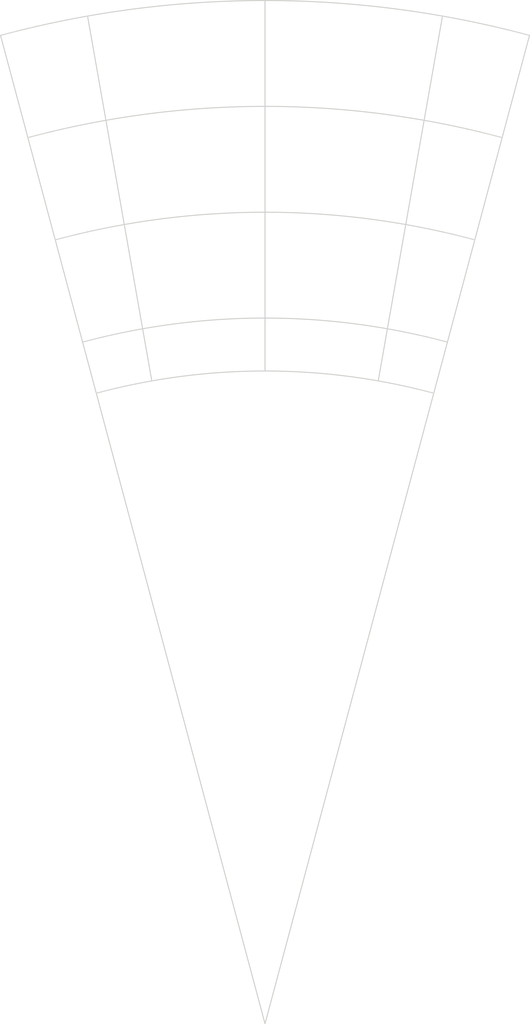
<source format=kicad_pcb>
(kicad_pcb (version 3) (host pcbnew "(2013-03-10 BZR 3992)-stable")
  (gr_line (start 0.000 -93.980) (end 0.000 -147.320) (angle 90) (layer Edge.Cuts) (width 0.15))
  (gr_line (start 16.319 -92.552) (end 25.582 -145.082) (angle 90) (layer Edge.Cuts) (width 0.15))
  (gr_line (start -16.319 -92.552) (end -25.582 -145.082) (angle 90) (layer Edge.Cuts) (width 0.15))
  (gr_line (start 24.324 -90.778) (end 38.129 -142.300) (angle 90) (layer Edge.Cuts) (width 0.15))
  (gr_line (start -24.324 -90.778) (end -38.129 -142.300) (angle 90) (layer Edge.Cuts) (width 0.15))
  (gr_arc (start 0.000 0.000) (end -24.324 -90.778) (angle 30.000) (layer Edge.Cuts) (width 0.15))
  (gr_arc (start 0.000 0.000) (end -26.296 -98.138) (angle 30.000) (layer Edge.Cuts) (width 0.15))
  (gr_arc (start 0.000 0.000) (end -30.240 -112.859) (angle 30.000) (layer Edge.Cuts) (width 0.15))
  (gr_arc (start 0.000 0.000) (end -34.185 -127.579) (angle 30.000) (layer Edge.Cuts) (width 0.15))
  (gr_arc (start 0.000 0.000) (end -38.129 -142.300) (angle 30.000) (layer Edge.Cuts) (width 0.15))
  (gr_line (start -24.324 -90.778) (end 0.000 0.000) (angle 90) (layer Edge.Cuts) (width 0.15))
  (gr_line (start 0.000 0.000) (end 24.324 -90.778) (angle 90) (layer Edge.Cuts) (width 0.15))
)

</source>
